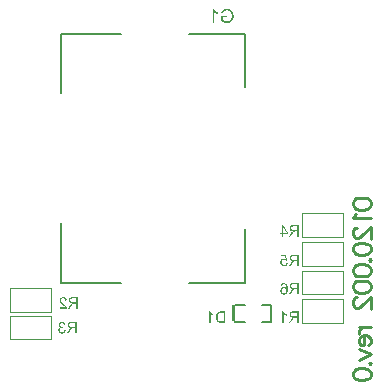
<source format=gbo>
G04 Layer_Color=32896*
%FSLAX44Y44*%
%MOMM*%
G71*
G01*
G75*
%ADD26C,0.2540*%
%ADD40C,0.1270*%
%ADD41C,0.1250*%
%ADD66R,0.2540X1.4000*%
G36*
X256000Y83000D02*
X254729D01*
Y87270D01*
X253095D01*
X252949Y87259D01*
X252824Y87249D01*
X252720D01*
X252647Y87239D01*
X252595Y87228D01*
X252563Y87218D01*
X252553D01*
X252438Y87186D01*
X252334Y87145D01*
X252241Y87103D01*
X252147Y87062D01*
X252074Y87020D01*
X252022Y86989D01*
X251980Y86968D01*
X251970Y86957D01*
X251866Y86884D01*
X251751Y86780D01*
X251637Y86676D01*
X251543Y86572D01*
X251449Y86478D01*
X251387Y86395D01*
X251345Y86343D01*
X251324Y86333D01*
Y86322D01*
X251178Y86135D01*
X251022Y85926D01*
X250876Y85708D01*
X250730Y85489D01*
X250606Y85302D01*
X250543Y85218D01*
X250501Y85145D01*
X250460Y85083D01*
X250429Y85041D01*
X250418Y85010D01*
X250408Y85000D01*
X249137Y83000D01*
X247544D01*
X249210Y85614D01*
X249398Y85885D01*
X249585Y86135D01*
X249762Y86353D01*
X249918Y86541D01*
X250054Y86687D01*
X250116Y86749D01*
X250168Y86801D01*
X250210Y86843D01*
X250241Y86874D01*
X250252Y86884D01*
X250262Y86895D01*
X250366Y86978D01*
X250491Y87072D01*
X250616Y87145D01*
X250741Y87218D01*
X250856Y87280D01*
X250949Y87332D01*
X251012Y87364D01*
X251022Y87374D01*
X251033D01*
X250783Y87416D01*
X250543Y87468D01*
X250324Y87530D01*
X250126Y87593D01*
X249939Y87666D01*
X249772Y87738D01*
X249627Y87811D01*
X249491Y87884D01*
X249366Y87957D01*
X249262Y88030D01*
X249179Y88092D01*
X249106Y88145D01*
X249054Y88197D01*
X249012Y88228D01*
X248991Y88249D01*
X248981Y88259D01*
X248866Y88394D01*
X248762Y88530D01*
X248668Y88676D01*
X248596Y88821D01*
X248533Y88967D01*
X248481Y89113D01*
X248398Y89384D01*
X248367Y89509D01*
X248346Y89623D01*
X248335Y89727D01*
X248325Y89821D01*
X248314Y89884D01*
Y89946D01*
Y89977D01*
Y89988D01*
X248335Y90279D01*
X248377Y90550D01*
X248439Y90790D01*
X248512Y91008D01*
X248554Y91102D01*
X248596Y91185D01*
X248627Y91258D01*
X248658Y91321D01*
X248679Y91373D01*
X248700Y91404D01*
X248721Y91425D01*
Y91435D01*
X248877Y91664D01*
X249054Y91852D01*
X249231Y92018D01*
X249408Y92143D01*
X249554Y92237D01*
X249679Y92300D01*
X249731Y92320D01*
X249762Y92341D01*
X249783Y92352D01*
X249793D01*
X249929Y92393D01*
X250064Y92435D01*
X250376Y92498D01*
X250699Y92550D01*
X251012Y92581D01*
X251168Y92591D01*
X251303Y92602D01*
X251418D01*
X251532Y92612D01*
X256000D01*
Y83000D01*
D02*
G37*
G36*
X243253Y68404D02*
X243410Y68175D01*
X243587Y67956D01*
X243764Y67769D01*
X243920Y67592D01*
X243993Y67529D01*
X244045Y67467D01*
X244097Y67414D01*
X244138Y67383D01*
X244159Y67362D01*
X244170Y67352D01*
X244451Y67112D01*
X244753Y66904D01*
X245044Y66706D01*
X245315Y66540D01*
X245430Y66477D01*
X245544Y66415D01*
X245648Y66352D01*
X245732Y66311D01*
X245805Y66279D01*
X245857Y66248D01*
X245888Y66238D01*
X245898Y66227D01*
Y65092D01*
X245690Y65175D01*
X245471Y65269D01*
X245263Y65373D01*
X245076Y65467D01*
X244909Y65561D01*
X244836Y65592D01*
X244774Y65634D01*
X244722Y65655D01*
X244690Y65675D01*
X244670Y65696D01*
X244659D01*
X244409Y65852D01*
X244191Y65998D01*
X243993Y66134D01*
X243836Y66259D01*
X243701Y66363D01*
X243607Y66436D01*
X243555Y66488D01*
X243534Y66508D01*
Y59000D01*
X242358D01*
Y68643D01*
X243118D01*
X243253Y68404D01*
D02*
G37*
G36*
X194000Y59000D02*
X190532D01*
X190220Y59010D01*
X189928Y59021D01*
X189668Y59052D01*
X189439Y59083D01*
X189345Y59094D01*
X189262Y59104D01*
X189178Y59125D01*
X189116Y59135D01*
X189064Y59146D01*
X189032D01*
X189012Y59156D01*
X189001D01*
X188762Y59229D01*
X188533Y59302D01*
X188335Y59385D01*
X188168Y59458D01*
X188033Y59531D01*
X187929Y59583D01*
X187866Y59625D01*
X187856Y59635D01*
X187845D01*
X187668Y59771D01*
X187502Y59906D01*
X187356Y60052D01*
X187231Y60198D01*
X187116Y60323D01*
X187043Y60416D01*
X187012Y60458D01*
X186991Y60489D01*
X186971Y60500D01*
Y60510D01*
X186825Y60729D01*
X186700Y60958D01*
X186585Y61197D01*
X186492Y61416D01*
X186419Y61614D01*
X186387Y61697D01*
X186356Y61770D01*
X186346Y61822D01*
X186325Y61864D01*
X186315Y61895D01*
Y61905D01*
X186231Y62239D01*
X186169Y62572D01*
X186117Y62895D01*
X186085Y63197D01*
X186075Y63332D01*
X186064Y63457D01*
Y63572D01*
X186054Y63665D01*
Y63749D01*
Y63801D01*
Y63843D01*
Y63853D01*
X186075Y64322D01*
X186085Y64540D01*
X186117Y64749D01*
X186148Y64946D01*
X186179Y65134D01*
X186210Y65311D01*
X186242Y65477D01*
X186283Y65623D01*
X186315Y65748D01*
X186346Y65863D01*
X186377Y65957D01*
X186408Y66030D01*
X186419Y66092D01*
X186439Y66123D01*
Y66134D01*
X186596Y66488D01*
X186773Y66810D01*
X186866Y66956D01*
X186960Y67092D01*
X187054Y67217D01*
X187148Y67331D01*
X187231Y67435D01*
X187314Y67519D01*
X187387Y67602D01*
X187450Y67664D01*
X187502Y67716D01*
X187543Y67748D01*
X187564Y67769D01*
X187575Y67779D01*
X187804Y67956D01*
X188043Y68102D01*
X188272Y68216D01*
X188491Y68310D01*
X188689Y68383D01*
X188772Y68404D01*
X188845Y68425D01*
X188897Y68446D01*
X188939Y68456D01*
X188970Y68466D01*
X188980D01*
X189095Y68487D01*
X189220Y68518D01*
X189501Y68550D01*
X189782Y68581D01*
X190063Y68591D01*
X190189Y68602D01*
X190313D01*
X190418Y68612D01*
X194000D01*
Y59000D01*
D02*
G37*
G36*
X246586Y111551D02*
X245482Y111395D01*
X245378Y111540D01*
X245263Y111676D01*
X245138Y111790D01*
X245034Y111895D01*
X244930Y111967D01*
X244847Y112030D01*
X244795Y112061D01*
X244774Y112072D01*
X244597Y112165D01*
X244420Y112228D01*
X244243Y112280D01*
X244076Y112311D01*
X243941Y112332D01*
X243826Y112342D01*
X243732D01*
X243566Y112332D01*
X243410Y112322D01*
X243253Y112290D01*
X243118Y112249D01*
X242857Y112155D01*
X242753Y112103D01*
X242649Y112051D01*
X242556Y111988D01*
X242483Y111936D01*
X242410Y111884D01*
X242358Y111842D01*
X242316Y111801D01*
X242274Y111770D01*
X242264Y111759D01*
X242253Y111749D01*
X242149Y111634D01*
X242066Y111509D01*
X241983Y111384D01*
X241920Y111259D01*
X241816Y110989D01*
X241754Y110739D01*
X241733Y110614D01*
X241712Y110510D01*
X241702Y110405D01*
X241691Y110322D01*
X241681Y110249D01*
Y110197D01*
Y110166D01*
Y110155D01*
X241691Y109958D01*
X241702Y109781D01*
X241733Y109604D01*
X241775Y109437D01*
X241816Y109291D01*
X241868Y109145D01*
X241920Y109020D01*
X241972Y108906D01*
X242035Y108802D01*
X242087Y108708D01*
X242139Y108635D01*
X242181Y108562D01*
X242222Y108510D01*
X242253Y108479D01*
X242264Y108458D01*
X242274Y108448D01*
X242389Y108333D01*
X242504Y108239D01*
X242618Y108156D01*
X242743Y108083D01*
X242868Y108021D01*
X242983Y107969D01*
X243212Y107896D01*
X243410Y107844D01*
X243493Y107833D01*
X243566Y107823D01*
X243628Y107812D01*
X243711D01*
X243847Y107823D01*
X243972Y107833D01*
X244201Y107885D01*
X244409Y107958D01*
X244586Y108041D01*
X244732Y108114D01*
X244836Y108187D01*
X244878Y108218D01*
X244909Y108239D01*
X244919Y108260D01*
X244930D01*
X245013Y108354D01*
X245096Y108448D01*
X245232Y108656D01*
X245347Y108885D01*
X245430Y109104D01*
X245482Y109302D01*
X245513Y109395D01*
X245523Y109468D01*
X245534Y109531D01*
X245544Y109572D01*
X245555Y109604D01*
Y109614D01*
X246794Y109520D01*
X246763Y109302D01*
X246721Y109083D01*
X246669Y108885D01*
X246596Y108698D01*
X246523Y108531D01*
X246450Y108364D01*
X246367Y108218D01*
X246284Y108094D01*
X246200Y107969D01*
X246127Y107864D01*
X246055Y107781D01*
X245982Y107708D01*
X245930Y107646D01*
X245888Y107604D01*
X245867Y107583D01*
X245857Y107573D01*
X245690Y107448D01*
X245523Y107333D01*
X245347Y107240D01*
X245169Y107156D01*
X244992Y107083D01*
X244815Y107021D01*
X244638Y106969D01*
X244472Y106938D01*
X244315Y106906D01*
X244170Y106885D01*
X244045Y106865D01*
X243930Y106854D01*
X243836Y106844D01*
X243711D01*
X243420Y106854D01*
X243149Y106896D01*
X242889Y106948D01*
X242649Y107031D01*
X242420Y107114D01*
X242212Y107208D01*
X242024Y107323D01*
X241858Y107427D01*
X241702Y107531D01*
X241566Y107646D01*
X241452Y107739D01*
X241358Y107833D01*
X241285Y107906D01*
X241233Y107958D01*
X241202Y108000D01*
X241191Y108010D01*
X241056Y108187D01*
X240941Y108375D01*
X240837Y108573D01*
X240754Y108760D01*
X240681Y108947D01*
X240618Y109135D01*
X240566Y109322D01*
X240525Y109489D01*
X240494Y109656D01*
X240473Y109801D01*
X240452Y109926D01*
X240441Y110041D01*
X240431Y110135D01*
Y110197D01*
Y110249D01*
Y110260D01*
X240441Y110510D01*
X240473Y110749D01*
X240514Y110978D01*
X240566Y111186D01*
X240629Y111395D01*
X240712Y111572D01*
X240785Y111749D01*
X240868Y111905D01*
X240952Y112040D01*
X241025Y112155D01*
X241098Y112269D01*
X241171Y112353D01*
X241222Y112415D01*
X241264Y112467D01*
X241295Y112499D01*
X241306Y112509D01*
X241472Y112665D01*
X241649Y112801D01*
X241826Y112915D01*
X242004Y113019D01*
X242181Y113103D01*
X242358Y113175D01*
X242524Y113228D01*
X242691Y113280D01*
X242837Y113311D01*
X242983Y113342D01*
X243107Y113352D01*
X243212Y113373D01*
X243295D01*
X243368Y113384D01*
X243420D01*
X243597Y113373D01*
X243774Y113363D01*
X243941Y113332D01*
X244107Y113290D01*
X244409Y113196D01*
X244555Y113134D01*
X244680Y113082D01*
X244805Y113030D01*
X244909Y112967D01*
X245003Y112915D01*
X245086Y112873D01*
X245149Y112832D01*
X245190Y112811D01*
X245222Y112790D01*
X245232Y112780D01*
X244722Y115362D01*
X240879D01*
Y116487D01*
X245659D01*
X246586Y111551D01*
D02*
G37*
G36*
X181232Y68404D02*
X181389Y68175D01*
X181566Y67956D01*
X181743Y67769D01*
X181899Y67592D01*
X181972Y67529D01*
X182024Y67467D01*
X182076Y67414D01*
X182118Y67383D01*
X182138Y67362D01*
X182149Y67352D01*
X182430Y67112D01*
X182732Y66904D01*
X183024Y66706D01*
X183294Y66540D01*
X183409Y66477D01*
X183524Y66415D01*
X183628Y66352D01*
X183711Y66311D01*
X183784Y66279D01*
X183836Y66248D01*
X183867Y66238D01*
X183878Y66227D01*
Y65092D01*
X183669Y65175D01*
X183451Y65269D01*
X183242Y65373D01*
X183055Y65467D01*
X182888Y65561D01*
X182815Y65592D01*
X182753Y65634D01*
X182701Y65655D01*
X182670Y65675D01*
X182649Y65696D01*
X182638D01*
X182388Y65852D01*
X182170Y65998D01*
X181972Y66134D01*
X181816Y66259D01*
X181680Y66363D01*
X181586Y66436D01*
X181534Y66488D01*
X181514Y66508D01*
Y59000D01*
X180337D01*
Y68643D01*
X181097D01*
X181232Y68404D01*
D02*
G37*
G36*
X256000Y132000D02*
X254729D01*
Y136270D01*
X253095D01*
X252949Y136259D01*
X252824Y136249D01*
X252720D01*
X252647Y136238D01*
X252595Y136228D01*
X252563Y136218D01*
X252553D01*
X252438Y136186D01*
X252334Y136145D01*
X252241Y136103D01*
X252147Y136061D01*
X252074Y136020D01*
X252022Y135989D01*
X251980Y135968D01*
X251970Y135957D01*
X251866Y135884D01*
X251751Y135780D01*
X251637Y135676D01*
X251543Y135572D01*
X251449Y135478D01*
X251387Y135395D01*
X251345Y135343D01*
X251324Y135332D01*
Y135322D01*
X251178Y135135D01*
X251022Y134926D01*
X250876Y134708D01*
X250730Y134489D01*
X250606Y134302D01*
X250543Y134218D01*
X250501Y134145D01*
X250460Y134083D01*
X250429Y134041D01*
X250418Y134010D01*
X250408Y134000D01*
X249137Y132000D01*
X247544D01*
X249210Y134614D01*
X249398Y134885D01*
X249585Y135135D01*
X249762Y135353D01*
X249918Y135541D01*
X250054Y135687D01*
X250116Y135749D01*
X250168Y135801D01*
X250210Y135843D01*
X250241Y135874D01*
X250252Y135884D01*
X250262Y135895D01*
X250366Y135978D01*
X250491Y136072D01*
X250616Y136145D01*
X250741Y136218D01*
X250856Y136280D01*
X250949Y136332D01*
X251012Y136363D01*
X251022Y136374D01*
X251033D01*
X250783Y136416D01*
X250543Y136468D01*
X250324Y136530D01*
X250126Y136593D01*
X249939Y136665D01*
X249772Y136738D01*
X249627Y136811D01*
X249491Y136884D01*
X249366Y136957D01*
X249262Y137030D01*
X249179Y137092D01*
X249106Y137144D01*
X249054Y137197D01*
X249012Y137228D01*
X248991Y137249D01*
X248981Y137259D01*
X248866Y137394D01*
X248762Y137530D01*
X248668Y137676D01*
X248596Y137821D01*
X248533Y137967D01*
X248481Y138113D01*
X248398Y138384D01*
X248367Y138509D01*
X248346Y138623D01*
X248335Y138727D01*
X248325Y138821D01*
X248314Y138884D01*
Y138946D01*
Y138977D01*
Y138988D01*
X248335Y139279D01*
X248377Y139550D01*
X248439Y139790D01*
X248512Y140008D01*
X248554Y140102D01*
X248596Y140185D01*
X248627Y140258D01*
X248658Y140321D01*
X248679Y140373D01*
X248700Y140404D01*
X248721Y140425D01*
Y140435D01*
X248877Y140664D01*
X249054Y140852D01*
X249231Y141018D01*
X249408Y141144D01*
X249554Y141237D01*
X249679Y141300D01*
X249731Y141320D01*
X249762Y141341D01*
X249783Y141352D01*
X249793D01*
X249929Y141393D01*
X250064Y141435D01*
X250376Y141498D01*
X250699Y141550D01*
X251012Y141581D01*
X251168Y141591D01*
X251303Y141602D01*
X251418D01*
X251532Y141612D01*
X256000D01*
Y132000D01*
D02*
G37*
G36*
X247200Y135385D02*
Y134302D01*
X243014D01*
Y132000D01*
X241837D01*
Y134302D01*
X240535D01*
Y135385D01*
X241837D01*
Y141612D01*
X242806D01*
X247200Y135385D01*
D02*
G37*
G36*
X256000Y59000D02*
X254729D01*
Y63270D01*
X253095D01*
X252949Y63259D01*
X252824Y63249D01*
X252720D01*
X252647Y63239D01*
X252595Y63228D01*
X252563Y63218D01*
X252553D01*
X252438Y63186D01*
X252334Y63145D01*
X252241Y63103D01*
X252147Y63061D01*
X252074Y63020D01*
X252022Y62989D01*
X251980Y62968D01*
X251970Y62957D01*
X251866Y62884D01*
X251751Y62780D01*
X251637Y62676D01*
X251543Y62572D01*
X251449Y62478D01*
X251387Y62395D01*
X251345Y62343D01*
X251324Y62333D01*
Y62322D01*
X251178Y62135D01*
X251022Y61926D01*
X250876Y61708D01*
X250730Y61489D01*
X250606Y61301D01*
X250543Y61218D01*
X250501Y61145D01*
X250460Y61083D01*
X250429Y61041D01*
X250418Y61010D01*
X250408Y60999D01*
X249137Y59000D01*
X247544D01*
X249210Y61614D01*
X249398Y61885D01*
X249585Y62135D01*
X249762Y62353D01*
X249918Y62541D01*
X250054Y62687D01*
X250116Y62749D01*
X250168Y62801D01*
X250210Y62843D01*
X250241Y62874D01*
X250252Y62884D01*
X250262Y62895D01*
X250366Y62978D01*
X250491Y63072D01*
X250616Y63145D01*
X250741Y63218D01*
X250856Y63280D01*
X250949Y63332D01*
X251012Y63363D01*
X251022Y63374D01*
X251033D01*
X250783Y63415D01*
X250543Y63468D01*
X250324Y63530D01*
X250126Y63593D01*
X249939Y63665D01*
X249772Y63738D01*
X249627Y63811D01*
X249491Y63884D01*
X249366Y63957D01*
X249262Y64030D01*
X249179Y64092D01*
X249106Y64145D01*
X249054Y64197D01*
X249012Y64228D01*
X248991Y64249D01*
X248981Y64259D01*
X248866Y64394D01*
X248762Y64530D01*
X248668Y64676D01*
X248596Y64821D01*
X248533Y64967D01*
X248481Y65113D01*
X248398Y65384D01*
X248367Y65509D01*
X248346Y65623D01*
X248335Y65728D01*
X248325Y65821D01*
X248314Y65884D01*
Y65946D01*
Y65977D01*
Y65988D01*
X248335Y66279D01*
X248377Y66550D01*
X248439Y66790D01*
X248512Y67008D01*
X248554Y67102D01*
X248596Y67185D01*
X248627Y67258D01*
X248658Y67321D01*
X248679Y67373D01*
X248700Y67404D01*
X248721Y67425D01*
Y67435D01*
X248877Y67664D01*
X249054Y67852D01*
X249231Y68018D01*
X249408Y68144D01*
X249554Y68237D01*
X249679Y68300D01*
X249731Y68320D01*
X249762Y68341D01*
X249783Y68352D01*
X249793D01*
X249929Y68393D01*
X250064Y68435D01*
X250376Y68498D01*
X250699Y68550D01*
X251012Y68581D01*
X251168Y68591D01*
X251303Y68602D01*
X251418D01*
X251532Y68612D01*
X256000D01*
Y59000D01*
D02*
G37*
G36*
X68000Y50000D02*
X66729D01*
Y54270D01*
X65094D01*
X64949Y54259D01*
X64824Y54249D01*
X64720D01*
X64647Y54239D01*
X64595Y54228D01*
X64563Y54218D01*
X64553D01*
X64438Y54187D01*
X64334Y54145D01*
X64240Y54103D01*
X64147Y54061D01*
X64074Y54020D01*
X64022Y53989D01*
X63980Y53968D01*
X63970Y53957D01*
X63866Y53884D01*
X63751Y53780D01*
X63636Y53676D01*
X63543Y53572D01*
X63449Y53478D01*
X63387Y53395D01*
X63345Y53343D01*
X63324Y53333D01*
Y53322D01*
X63178Y53135D01*
X63022Y52926D01*
X62876Y52708D01*
X62730Y52489D01*
X62606Y52302D01*
X62543Y52218D01*
X62501Y52145D01*
X62460Y52083D01*
X62428Y52041D01*
X62418Y52010D01*
X62408Y52000D01*
X61137Y50000D01*
X59544D01*
X61210Y52614D01*
X61398Y52885D01*
X61585Y53135D01*
X61762Y53353D01*
X61918Y53541D01*
X62054Y53687D01*
X62116Y53749D01*
X62168Y53801D01*
X62210Y53843D01*
X62241Y53874D01*
X62252Y53884D01*
X62262Y53895D01*
X62366Y53978D01*
X62491Y54072D01*
X62616Y54145D01*
X62741Y54218D01*
X62856Y54280D01*
X62949Y54332D01*
X63012Y54363D01*
X63022Y54374D01*
X63032D01*
X62783Y54416D01*
X62543Y54468D01*
X62324Y54530D01*
X62126Y54593D01*
X61939Y54665D01*
X61772Y54738D01*
X61627Y54811D01*
X61491Y54884D01*
X61366Y54957D01*
X61262Y55030D01*
X61179Y55093D01*
X61106Y55145D01*
X61054Y55197D01*
X61012Y55228D01*
X60991Y55249D01*
X60981Y55259D01*
X60866Y55395D01*
X60762Y55530D01*
X60669Y55676D01*
X60596Y55821D01*
X60533Y55967D01*
X60481Y56113D01*
X60398Y56384D01*
X60367Y56509D01*
X60346Y56623D01*
X60335Y56727D01*
X60325Y56821D01*
X60314Y56884D01*
Y56946D01*
Y56977D01*
Y56988D01*
X60335Y57279D01*
X60377Y57550D01*
X60439Y57790D01*
X60512Y58008D01*
X60554Y58102D01*
X60596Y58185D01*
X60627Y58258D01*
X60658Y58321D01*
X60679Y58373D01*
X60700Y58404D01*
X60721Y58425D01*
Y58435D01*
X60877Y58664D01*
X61054Y58852D01*
X61231Y59019D01*
X61408Y59144D01*
X61554Y59237D01*
X61679Y59300D01*
X61731Y59321D01*
X61762Y59341D01*
X61783Y59352D01*
X61793D01*
X61929Y59394D01*
X62064Y59435D01*
X62376Y59498D01*
X62699Y59550D01*
X63012Y59581D01*
X63168Y59591D01*
X63303Y59602D01*
X63418D01*
X63532Y59612D01*
X68000D01*
Y50000D01*
D02*
G37*
G36*
X56868Y80633D02*
X57107Y80612D01*
X57326Y80581D01*
X57534Y80529D01*
X57732Y80477D01*
X57909Y80414D01*
X58076Y80352D01*
X58222Y80289D01*
X58357Y80216D01*
X58471Y80154D01*
X58576Y80091D01*
X58659Y80039D01*
X58721Y79987D01*
X58763Y79956D01*
X58794Y79935D01*
X58805Y79925D01*
X58951Y79789D01*
X59075Y79633D01*
X59190Y79477D01*
X59294Y79300D01*
X59377Y79133D01*
X59461Y78967D01*
X59523Y78790D01*
X59575Y78633D01*
X59627Y78477D01*
X59659Y78331D01*
X59690Y78196D01*
X59711Y78081D01*
X59721Y77988D01*
X59731Y77925D01*
X59742Y77884D01*
Y77863D01*
X58534Y77738D01*
X58524Y77905D01*
X58513Y78061D01*
X58451Y78331D01*
X58367Y78581D01*
X58326Y78685D01*
X58274Y78779D01*
X58232Y78863D01*
X58180Y78935D01*
X58138Y78998D01*
X58107Y79050D01*
X58065Y79092D01*
X58045Y79123D01*
X58034Y79133D01*
X58024Y79144D01*
X57920Y79237D01*
X57815Y79321D01*
X57701Y79383D01*
X57586Y79446D01*
X57357Y79539D01*
X57138Y79602D01*
X56951Y79633D01*
X56868Y79654D01*
X56795D01*
X56732Y79665D01*
X56503D01*
X56357Y79644D01*
X56097Y79592D01*
X55878Y79508D01*
X55680Y79425D01*
X55535Y79331D01*
X55472Y79290D01*
X55420Y79248D01*
X55378Y79217D01*
X55347Y79196D01*
X55337Y79185D01*
X55326Y79175D01*
X55233Y79081D01*
X55160Y78987D01*
X55087Y78894D01*
X55035Y78790D01*
X54941Y78592D01*
X54879Y78404D01*
X54847Y78248D01*
X54826Y78175D01*
Y78113D01*
X54816Y78071D01*
Y78029D01*
Y78009D01*
Y77998D01*
X54826Y77873D01*
X54837Y77748D01*
X54899Y77498D01*
X54993Y77259D01*
X55097Y77040D01*
X55201Y76853D01*
X55243Y76780D01*
X55295Y76707D01*
X55326Y76655D01*
X55358Y76613D01*
X55368Y76592D01*
X55378Y76582D01*
X55493Y76436D01*
X55628Y76280D01*
X55785Y76113D01*
X55951Y75947D01*
X56295Y75603D01*
X56649Y75280D01*
X56816Y75124D01*
X56982Y74989D01*
X57128Y74864D01*
X57253Y74759D01*
X57357Y74666D01*
X57430Y74603D01*
X57482Y74551D01*
X57503Y74541D01*
X57690Y74385D01*
X57857Y74239D01*
X58024Y74103D01*
X58169Y73968D01*
X58315Y73843D01*
X58440Y73718D01*
X58555Y73614D01*
X58659Y73510D01*
X58753Y73416D01*
X58825Y73333D01*
X58898Y73260D01*
X58951Y73208D01*
X59002Y73156D01*
X59034Y73124D01*
X59044Y73104D01*
X59055Y73093D01*
X59242Y72864D01*
X59398Y72635D01*
X59534Y72416D01*
X59638Y72218D01*
X59721Y72052D01*
X59752Y71979D01*
X59784Y71927D01*
X59804Y71875D01*
X59815Y71844D01*
X59825Y71823D01*
Y71812D01*
X59877Y71666D01*
X59909Y71521D01*
X59940Y71385D01*
X59950Y71260D01*
X59961Y71156D01*
Y71073D01*
Y71021D01*
Y71000D01*
X53598D01*
Y72135D01*
X58336D01*
X58169Y72364D01*
X58086Y72468D01*
X58003Y72562D01*
X57930Y72645D01*
X57878Y72708D01*
X57836Y72750D01*
X57826Y72760D01*
X57763Y72822D01*
X57680Y72906D01*
X57586Y72989D01*
X57482Y73083D01*
X57263Y73291D01*
X57034Y73489D01*
X56816Y73676D01*
X56722Y73760D01*
X56628Y73833D01*
X56566Y73895D01*
X56503Y73937D01*
X56472Y73968D01*
X56462Y73978D01*
X56232Y74176D01*
X56014Y74364D01*
X55816Y74530D01*
X55639Y74697D01*
X55472Y74843D01*
X55326Y74989D01*
X55191Y75114D01*
X55066Y75228D01*
X54962Y75322D01*
X54879Y75416D01*
X54806Y75488D01*
X54743Y75551D01*
X54702Y75603D01*
X54660Y75634D01*
X54650Y75655D01*
X54639Y75665D01*
X54441Y75895D01*
X54285Y76103D01*
X54150Y76301D01*
X54035Y76478D01*
X53952Y76624D01*
X53889Y76738D01*
X53868Y76780D01*
X53858Y76811D01*
X53848Y76821D01*
Y76832D01*
X53764Y77040D01*
X53712Y77248D01*
X53671Y77436D01*
X53639Y77613D01*
X53618Y77759D01*
X53608Y77873D01*
Y77915D01*
Y77946D01*
Y77957D01*
Y77967D01*
X53618Y78175D01*
X53639Y78373D01*
X53681Y78561D01*
X53733Y78748D01*
X53795Y78915D01*
X53868Y79071D01*
X53941Y79217D01*
X54014Y79342D01*
X54087Y79467D01*
X54160Y79571D01*
X54233Y79665D01*
X54295Y79737D01*
X54348Y79789D01*
X54389Y79841D01*
X54410Y79862D01*
X54420Y79873D01*
X54577Y80008D01*
X54743Y80123D01*
X54920Y80227D01*
X55108Y80321D01*
X55285Y80393D01*
X55472Y80456D01*
X55649Y80508D01*
X55826Y80550D01*
X55982Y80581D01*
X56139Y80602D01*
X56274Y80623D01*
X56389Y80633D01*
X56482Y80643D01*
X56618D01*
X56868Y80633D01*
D02*
G37*
G36*
X56003Y59633D02*
X56201Y59612D01*
X56388Y59581D01*
X56576Y59539D01*
X56743Y59487D01*
X56899Y59435D01*
X57045Y59373D01*
X57169Y59321D01*
X57294Y59258D01*
X57399Y59196D01*
X57482Y59144D01*
X57565Y59091D01*
X57617Y59050D01*
X57669Y59019D01*
X57690Y58998D01*
X57701Y58987D01*
X57836Y58862D01*
X57961Y58717D01*
X58075Y58571D01*
X58180Y58425D01*
X58273Y58269D01*
X58346Y58123D01*
X58482Y57821D01*
X58534Y57686D01*
X58575Y57561D01*
X58607Y57446D01*
X58638Y57352D01*
X58659Y57269D01*
X58669Y57207D01*
X58679Y57165D01*
Y57154D01*
X57503Y56946D01*
X57440Y57248D01*
X57357Y57509D01*
X57263Y57738D01*
X57159Y57915D01*
X57076Y58060D01*
X56992Y58154D01*
X56940Y58217D01*
X56919Y58238D01*
X56732Y58383D01*
X56545Y58487D01*
X56347Y58571D01*
X56170Y58623D01*
X56003Y58654D01*
X55941Y58664D01*
X55878D01*
X55826Y58675D01*
X55764D01*
X55514Y58654D01*
X55295Y58612D01*
X55097Y58540D01*
X54930Y58467D01*
X54805Y58383D01*
X54712Y58310D01*
X54649Y58269D01*
X54628Y58248D01*
X54545Y58165D01*
X54483Y58081D01*
X54368Y57894D01*
X54285Y57717D01*
X54233Y57550D01*
X54201Y57394D01*
X54191Y57279D01*
X54181Y57227D01*
Y57196D01*
Y57175D01*
Y57165D01*
X54191Y57019D01*
X54212Y56884D01*
X54233Y56748D01*
X54274Y56634D01*
X54378Y56425D01*
X54483Y56259D01*
X54597Y56123D01*
X54701Y56030D01*
X54743Y55999D01*
X54764Y55978D01*
X54785Y55957D01*
X54795D01*
X55024Y55821D01*
X55264Y55728D01*
X55493Y55655D01*
X55701Y55613D01*
X55878Y55582D01*
X55951Y55571D01*
X56024D01*
X56076Y55561D01*
X56211D01*
X56274Y55571D01*
X56326Y55582D01*
X56347D01*
X56472Y54551D01*
X56295Y54593D01*
X56128Y54624D01*
X55993Y54645D01*
X55868Y54665D01*
X55774D01*
X55701Y54676D01*
X55639D01*
X55493Y54665D01*
X55347Y54655D01*
X55087Y54593D01*
X54858Y54509D01*
X54660Y54416D01*
X54503Y54311D01*
X54441Y54270D01*
X54389Y54228D01*
X54347Y54197D01*
X54316Y54166D01*
X54306Y54155D01*
X54295Y54145D01*
X54201Y54041D01*
X54118Y53937D01*
X54045Y53832D01*
X53983Y53718D01*
X53889Y53499D01*
X53816Y53280D01*
X53785Y53093D01*
X53774Y53020D01*
X53764Y52947D01*
X53754Y52895D01*
Y52843D01*
Y52822D01*
Y52812D01*
X53764Y52656D01*
X53774Y52510D01*
X53847Y52229D01*
X53931Y51989D01*
X54035Y51781D01*
X54097Y51687D01*
X54149Y51614D01*
X54191Y51541D01*
X54233Y51489D01*
X54274Y51448D01*
X54306Y51416D01*
X54316Y51396D01*
X54326Y51385D01*
X54441Y51281D01*
X54556Y51198D01*
X54670Y51125D01*
X54785Y51052D01*
X55024Y50948D01*
X55253Y50885D01*
X55441Y50844D01*
X55534Y50833D01*
X55597Y50823D01*
X55659Y50812D01*
X55743D01*
X55993Y50833D01*
X56232Y50885D01*
X56430Y50948D01*
X56607Y51031D01*
X56753Y51114D01*
X56857Y51177D01*
X56888Y51208D01*
X56919Y51229D01*
X56930Y51250D01*
X56940D01*
X57024Y51343D01*
X57107Y51437D01*
X57253Y51656D01*
X57367Y51895D01*
X57461Y52135D01*
X57534Y52354D01*
X57555Y52447D01*
X57576Y52531D01*
X57596Y52604D01*
X57607Y52656D01*
X57617Y52687D01*
Y52697D01*
X58794Y52541D01*
X58763Y52322D01*
X58721Y52114D01*
X58659Y51916D01*
X58596Y51729D01*
X58523Y51552D01*
X58440Y51396D01*
X58357Y51239D01*
X58273Y51114D01*
X58190Y50989D01*
X58117Y50885D01*
X58044Y50792D01*
X57982Y50719D01*
X57919Y50656D01*
X57878Y50615D01*
X57857Y50594D01*
X57846Y50583D01*
X57690Y50448D01*
X57513Y50333D01*
X57347Y50240D01*
X57169Y50146D01*
X56992Y50073D01*
X56815Y50021D01*
X56649Y49969D01*
X56482Y49927D01*
X56326Y49896D01*
X56191Y49875D01*
X56066Y49854D01*
X55951Y49844D01*
X55868D01*
X55795Y49833D01*
X55743D01*
X55482Y49844D01*
X55243Y49875D01*
X55014Y49917D01*
X54795Y49969D01*
X54587Y50031D01*
X54399Y50104D01*
X54222Y50188D01*
X54066Y50271D01*
X53920Y50344D01*
X53795Y50427D01*
X53681Y50500D01*
X53597Y50562D01*
X53524Y50615D01*
X53472Y50656D01*
X53441Y50687D01*
X53431Y50698D01*
X53264Y50864D01*
X53129Y51041D01*
X53004Y51219D01*
X52900Y51406D01*
X52806Y51583D01*
X52733Y51760D01*
X52671Y51927D01*
X52618Y52093D01*
X52577Y52249D01*
X52556Y52385D01*
X52535Y52510D01*
X52514Y52624D01*
Y52708D01*
X52504Y52781D01*
Y52822D01*
Y52833D01*
Y52999D01*
X52525Y53166D01*
X52577Y53468D01*
X52660Y53728D01*
X52702Y53843D01*
X52744Y53947D01*
X52785Y54051D01*
X52827Y54134D01*
X52868Y54207D01*
X52910Y54259D01*
X52941Y54311D01*
X52962Y54343D01*
X52973Y54363D01*
X52983Y54374D01*
X53170Y54593D01*
X53389Y54770D01*
X53608Y54905D01*
X53816Y55020D01*
X54014Y55103D01*
X54097Y55134D01*
X54160Y55155D01*
X54222Y55176D01*
X54264Y55186D01*
X54295Y55197D01*
X54306D01*
X54076Y55322D01*
X53879Y55447D01*
X53702Y55582D01*
X53566Y55717D01*
X53452Y55832D01*
X53379Y55926D01*
X53327Y55988D01*
X53316Y55999D01*
Y56009D01*
X53202Y56207D01*
X53118Y56405D01*
X53056Y56592D01*
X53014Y56769D01*
X52993Y56915D01*
X52973Y57040D01*
Y57081D01*
Y57113D01*
Y57134D01*
Y57144D01*
X52983Y57384D01*
X53025Y57613D01*
X53087Y57821D01*
X53150Y58008D01*
X53212Y58165D01*
X53243Y58227D01*
X53275Y58279D01*
X53295Y58321D01*
X53316Y58362D01*
X53327Y58373D01*
Y58383D01*
X53472Y58592D01*
X53639Y58769D01*
X53806Y58925D01*
X53972Y59060D01*
X54118Y59164D01*
X54233Y59237D01*
X54285Y59268D01*
X54316Y59289D01*
X54337Y59300D01*
X54347D01*
X54597Y59414D01*
X54847Y59498D01*
X55097Y59560D01*
X55316Y59602D01*
X55514Y59623D01*
X55587Y59633D01*
X55659Y59643D01*
X55795D01*
X56003Y59633D01*
D02*
G37*
G36*
X195551Y324722D02*
X195864Y324710D01*
X196164Y324672D01*
X196439Y324622D01*
X196714Y324572D01*
X196964Y324510D01*
X197201Y324447D01*
X197413Y324385D01*
X197601Y324310D01*
X197776Y324247D01*
X197926Y324185D01*
X198051Y324135D01*
X198151Y324085D01*
X198226Y324047D01*
X198276Y324035D01*
X198288Y324022D01*
X198526Y323885D01*
X198751Y323722D01*
X198963Y323560D01*
X199151Y323385D01*
X199338Y323197D01*
X199500Y323022D01*
X199650Y322848D01*
X199788Y322673D01*
X199900Y322498D01*
X200013Y322348D01*
X200100Y322210D01*
X200175Y322085D01*
X200225Y321985D01*
X200263Y321910D01*
X200288Y321860D01*
X200300Y321848D01*
X200425Y321573D01*
X200525Y321298D01*
X200625Y321023D01*
X200700Y320748D01*
X200825Y320223D01*
X200875Y319973D01*
X200912Y319736D01*
X200938Y319523D01*
X200963Y319323D01*
X200975Y319148D01*
X200987Y318999D01*
X201000Y318874D01*
Y318786D01*
Y318736D01*
Y318711D01*
X200987Y318399D01*
X200975Y318086D01*
X200938Y317799D01*
X200888Y317511D01*
X200837Y317249D01*
X200775Y316987D01*
X200713Y316749D01*
X200650Y316537D01*
X200588Y316337D01*
X200525Y316162D01*
X200463Y316012D01*
X200413Y315874D01*
X200363Y315774D01*
X200325Y315699D01*
X200313Y315649D01*
X200300Y315637D01*
X200163Y315387D01*
X200000Y315149D01*
X199838Y314937D01*
X199675Y314725D01*
X199500Y314537D01*
X199325Y314375D01*
X199151Y314212D01*
X198988Y314075D01*
X198826Y313950D01*
X198676Y313837D01*
X198538Y313750D01*
X198426Y313675D01*
X198338Y313612D01*
X198263Y313575D01*
X198213Y313550D01*
X198201Y313537D01*
X197938Y313412D01*
X197663Y313300D01*
X197401Y313200D01*
X197139Y313125D01*
X196864Y313050D01*
X196614Y312987D01*
X196364Y312938D01*
X196139Y312900D01*
X195926Y312875D01*
X195726Y312850D01*
X195551Y312838D01*
X195401Y312825D01*
X195277Y312813D01*
X195114D01*
X194652Y312838D01*
X194202Y312887D01*
X193789Y312950D01*
X193602Y313000D01*
X193414Y313037D01*
X193252Y313075D01*
X193114Y313125D01*
X192977Y313162D01*
X192877Y313188D01*
X192777Y313225D01*
X192715Y313237D01*
X192677Y313262D01*
X192665D01*
X192215Y313450D01*
X191790Y313662D01*
X191402Y313887D01*
X191215Y314000D01*
X191053Y314100D01*
X190903Y314200D01*
X190765Y314300D01*
X190640Y314375D01*
X190540Y314450D01*
X190453Y314512D01*
X190390Y314562D01*
X190353Y314587D01*
X190340Y314600D01*
Y318886D01*
X195226D01*
Y317524D01*
X191840D01*
Y315362D01*
X192040Y315199D01*
X192265Y315062D01*
X192502Y314925D01*
X192740Y314799D01*
X192952Y314700D01*
X193039Y314650D01*
X193114Y314612D01*
X193190Y314587D01*
X193239Y314562D01*
X193265Y314550D01*
X193277D01*
X193627Y314425D01*
X193977Y314337D01*
X194302Y314262D01*
X194589Y314225D01*
X194727Y314212D01*
X194839Y314200D01*
X194939Y314187D01*
X195026D01*
X195102Y314175D01*
X195201D01*
X195626Y314200D01*
X196026Y314250D01*
X196389Y314337D01*
X196564Y314375D01*
X196714Y314425D01*
X196851Y314475D01*
X196976Y314512D01*
X197089Y314562D01*
X197188Y314600D01*
X197264Y314625D01*
X197313Y314650D01*
X197351Y314675D01*
X197363D01*
X197551Y314775D01*
X197726Y314887D01*
X198026Y315124D01*
X198288Y315387D01*
X198513Y315637D01*
X198676Y315862D01*
X198751Y315962D01*
X198801Y316037D01*
X198851Y316112D01*
X198876Y316162D01*
X198888Y316199D01*
X198901Y316212D01*
X199076Y316624D01*
X199200Y317062D01*
X199300Y317486D01*
X199363Y317899D01*
X199375Y318086D01*
X199400Y318261D01*
X199413Y318411D01*
Y318549D01*
X199425Y318649D01*
Y318736D01*
Y318786D01*
Y318799D01*
X199400Y319261D01*
X199350Y319698D01*
X199288Y320086D01*
X199251Y320273D01*
X199200Y320436D01*
X199163Y320586D01*
X199125Y320723D01*
X199088Y320835D01*
X199051Y320936D01*
X199025Y321023D01*
X199000Y321073D01*
X198988Y321110D01*
Y321123D01*
X198888Y321348D01*
X198776Y321560D01*
X198651Y321760D01*
X198538Y321923D01*
X198438Y322060D01*
X198351Y322173D01*
X198301Y322235D01*
X198276Y322260D01*
X198088Y322448D01*
X197876Y322610D01*
X197676Y322760D01*
X197476Y322885D01*
X197301Y322985D01*
X197164Y323047D01*
X197113Y323072D01*
X197076Y323097D01*
X197051Y323110D01*
X197038D01*
X196739Y323222D01*
X196439Y323297D01*
X196126Y323360D01*
X195851Y323397D01*
X195714Y323410D01*
X195601Y323422D01*
X195489D01*
X195401Y323435D01*
X195226D01*
X194914Y323422D01*
X194614Y323385D01*
X194352Y323335D01*
X194114Y323285D01*
X193927Y323222D01*
X193839Y323197D01*
X193777Y323172D01*
X193727Y323147D01*
X193689Y323135D01*
X193664Y323122D01*
X193652D01*
X193402Y322997D01*
X193177Y322873D01*
X192990Y322735D01*
X192827Y322610D01*
X192715Y322485D01*
X192627Y322398D01*
X192565Y322335D01*
X192552Y322310D01*
X192415Y322110D01*
X192290Y321885D01*
X192177Y321660D01*
X192077Y321435D01*
X192002Y321235D01*
X191977Y321148D01*
X191952Y321085D01*
X191927Y321023D01*
X191915Y320973D01*
X191902Y320948D01*
Y320936D01*
X190515Y321310D01*
X190640Y321723D01*
X190778Y322098D01*
X190853Y322260D01*
X190928Y322423D01*
X190990Y322560D01*
X191065Y322685D01*
X191127Y322810D01*
X191190Y322910D01*
X191252Y322997D01*
X191290Y323072D01*
X191340Y323122D01*
X191365Y323160D01*
X191378Y323185D01*
X191390Y323197D01*
X191627Y323460D01*
X191877Y323685D01*
X192140Y323872D01*
X192402Y324035D01*
X192627Y324160D01*
X192727Y324210D01*
X192815Y324247D01*
X192877Y324285D01*
X192927Y324310D01*
X192965Y324322D01*
X192977D01*
X193365Y324460D01*
X193752Y324560D01*
X194139Y324635D01*
X194489Y324684D01*
X194652Y324697D01*
X194789Y324710D01*
X194914Y324722D01*
X195026Y324734D01*
X195239D01*
X195551Y324722D01*
D02*
G37*
G36*
X256000Y107000D02*
X254729D01*
Y111270D01*
X253095D01*
X252949Y111259D01*
X252824Y111249D01*
X252720D01*
X252647Y111238D01*
X252595Y111228D01*
X252563Y111218D01*
X252553D01*
X252438Y111186D01*
X252334Y111145D01*
X252241Y111103D01*
X252147Y111061D01*
X252074Y111020D01*
X252022Y110989D01*
X251980Y110968D01*
X251970Y110957D01*
X251866Y110884D01*
X251751Y110780D01*
X251637Y110676D01*
X251543Y110572D01*
X251449Y110478D01*
X251387Y110395D01*
X251345Y110343D01*
X251324Y110332D01*
Y110322D01*
X251178Y110135D01*
X251022Y109926D01*
X250876Y109708D01*
X250730Y109489D01*
X250606Y109302D01*
X250543Y109218D01*
X250501Y109145D01*
X250460Y109083D01*
X250429Y109041D01*
X250418Y109010D01*
X250408Y109000D01*
X249137Y107000D01*
X247544D01*
X249210Y109614D01*
X249398Y109885D01*
X249585Y110135D01*
X249762Y110353D01*
X249918Y110541D01*
X250054Y110687D01*
X250116Y110749D01*
X250168Y110801D01*
X250210Y110843D01*
X250241Y110874D01*
X250252Y110884D01*
X250262Y110895D01*
X250366Y110978D01*
X250491Y111072D01*
X250616Y111145D01*
X250741Y111218D01*
X250856Y111280D01*
X250949Y111332D01*
X251012Y111363D01*
X251022Y111374D01*
X251033D01*
X250783Y111416D01*
X250543Y111468D01*
X250324Y111530D01*
X250126Y111593D01*
X249939Y111665D01*
X249772Y111738D01*
X249627Y111811D01*
X249491Y111884D01*
X249366Y111957D01*
X249262Y112030D01*
X249179Y112092D01*
X249106Y112144D01*
X249054Y112197D01*
X249012Y112228D01*
X248991Y112249D01*
X248981Y112259D01*
X248866Y112394D01*
X248762Y112530D01*
X248668Y112676D01*
X248596Y112821D01*
X248533Y112967D01*
X248481Y113113D01*
X248398Y113384D01*
X248367Y113509D01*
X248346Y113623D01*
X248335Y113727D01*
X248325Y113821D01*
X248314Y113884D01*
Y113946D01*
Y113977D01*
Y113988D01*
X248335Y114279D01*
X248377Y114550D01*
X248439Y114790D01*
X248512Y115008D01*
X248554Y115102D01*
X248596Y115185D01*
X248627Y115258D01*
X248658Y115321D01*
X248679Y115373D01*
X248700Y115404D01*
X248721Y115425D01*
Y115435D01*
X248877Y115664D01*
X249054Y115852D01*
X249231Y116018D01*
X249408Y116144D01*
X249554Y116237D01*
X249679Y116300D01*
X249731Y116320D01*
X249762Y116341D01*
X249783Y116352D01*
X249793D01*
X249929Y116393D01*
X250064Y116435D01*
X250376Y116498D01*
X250699Y116550D01*
X251012Y116581D01*
X251168Y116591D01*
X251303Y116602D01*
X251418D01*
X251532Y116612D01*
X256000D01*
Y107000D01*
D02*
G37*
G36*
X243680Y92633D02*
X243941Y92591D01*
X244191Y92539D01*
X244420Y92466D01*
X244638Y92383D01*
X244836Y92289D01*
X245024Y92196D01*
X245190Y92091D01*
X245336Y91987D01*
X245461Y91894D01*
X245576Y91800D01*
X245659Y91716D01*
X245732Y91644D01*
X245784Y91592D01*
X245815Y91550D01*
X245826Y91539D01*
X246003Y91290D01*
X246169Y91008D01*
X246305Y90696D01*
X246419Y90373D01*
X246523Y90040D01*
X246607Y89707D01*
X246669Y89373D01*
X246731Y89040D01*
X246773Y88728D01*
X246804Y88436D01*
X246825Y88176D01*
X246836Y87947D01*
X246846Y87843D01*
Y87759D01*
X246856Y87676D01*
Y87613D01*
Y87561D01*
Y87520D01*
Y87499D01*
Y87488D01*
X246846Y87041D01*
X246815Y86624D01*
X246773Y86239D01*
X246711Y85885D01*
X246638Y85562D01*
X246565Y85270D01*
X246482Y85010D01*
X246388Y84781D01*
X246305Y84572D01*
X246221Y84396D01*
X246148Y84250D01*
X246075Y84135D01*
X246013Y84041D01*
X245971Y83979D01*
X245940Y83937D01*
X245930Y83927D01*
X245753Y83739D01*
X245555Y83573D01*
X245367Y83427D01*
X245159Y83302D01*
X244961Y83198D01*
X244763Y83104D01*
X244565Y83042D01*
X244378Y82979D01*
X244201Y82937D01*
X244045Y82906D01*
X243899Y82875D01*
X243774Y82865D01*
X243670Y82854D01*
X243587Y82844D01*
X243524D01*
X243212Y82865D01*
X242920Y82906D01*
X242649Y82969D01*
X242420Y83052D01*
X242326Y83083D01*
X242233Y83125D01*
X242160Y83156D01*
X242097Y83188D01*
X242045Y83208D01*
X242004Y83229D01*
X241983Y83250D01*
X241972D01*
X241733Y83417D01*
X241514Y83614D01*
X241327Y83812D01*
X241181Y84000D01*
X241056Y84177D01*
X241014Y84250D01*
X240973Y84312D01*
X240941Y84364D01*
X240921Y84406D01*
X240900Y84427D01*
Y84437D01*
X240764Y84739D01*
X240671Y85031D01*
X240598Y85312D01*
X240556Y85572D01*
X240535Y85687D01*
X240525Y85801D01*
X240514Y85895D01*
Y85968D01*
X240504Y86041D01*
Y86083D01*
Y86114D01*
Y86124D01*
X240514Y86374D01*
X240535Y86614D01*
X240577Y86843D01*
X240629Y87051D01*
X240702Y87249D01*
X240764Y87436D01*
X240848Y87603D01*
X240921Y87759D01*
X240993Y87895D01*
X241077Y88020D01*
X241139Y88124D01*
X241202Y88207D01*
X241264Y88280D01*
X241306Y88322D01*
X241327Y88353D01*
X241337Y88363D01*
X241493Y88519D01*
X241660Y88655D01*
X241826Y88769D01*
X242004Y88874D01*
X242170Y88957D01*
X242337Y89030D01*
X242504Y89082D01*
X242649Y89134D01*
X242795Y89165D01*
X242930Y89196D01*
X243045Y89207D01*
X243149Y89228D01*
X243232D01*
X243295Y89238D01*
X243347D01*
X243597Y89228D01*
X243836Y89186D01*
X244055Y89134D01*
X244253Y89082D01*
X244420Y89019D01*
X244482Y88988D01*
X244545Y88967D01*
X244586Y88946D01*
X244618Y88926D01*
X244638Y88915D01*
X244649D01*
X244867Y88780D01*
X245065Y88634D01*
X245242Y88478D01*
X245399Y88322D01*
X245513Y88176D01*
X245607Y88061D01*
X245638Y88020D01*
X245659Y87988D01*
X245679Y87968D01*
X245669Y88217D01*
X245659Y88467D01*
X245648Y88696D01*
X245628Y88905D01*
X245596Y89103D01*
X245565Y89290D01*
X245544Y89457D01*
X245513Y89602D01*
X245482Y89727D01*
X245451Y89842D01*
X245419Y89946D01*
X245399Y90019D01*
X245378Y90082D01*
X245357Y90134D01*
X245347Y90154D01*
Y90165D01*
X245211Y90436D01*
X245076Y90675D01*
X244930Y90883D01*
X244784Y91050D01*
X244659Y91185D01*
X244565Y91279D01*
X244524Y91310D01*
X244492Y91331D01*
X244482Y91352D01*
X244472D01*
X244305Y91456D01*
X244138Y91539D01*
X243972Y91592D01*
X243816Y91633D01*
X243680Y91654D01*
X243566Y91675D01*
X243472D01*
X243347Y91664D01*
X243222Y91654D01*
X242993Y91592D01*
X242785Y91519D01*
X242618Y91425D01*
X242472Y91331D01*
X242368Y91248D01*
X242337Y91217D01*
X242306Y91185D01*
X242295Y91175D01*
X242285Y91165D01*
X242181Y91029D01*
X242097Y90873D01*
X242014Y90706D01*
X241952Y90540D01*
X241899Y90394D01*
X241868Y90269D01*
X241858Y90217D01*
X241847Y90186D01*
X241837Y90165D01*
Y90154D01*
X240660Y90248D01*
X240691Y90456D01*
X240744Y90644D01*
X240796Y90821D01*
X240858Y90988D01*
X240931Y91144D01*
X241004Y91290D01*
X241077Y91425D01*
X241150Y91539D01*
X241222Y91644D01*
X241295Y91737D01*
X241358Y91821D01*
X241420Y91883D01*
X241462Y91935D01*
X241504Y91966D01*
X241525Y91987D01*
X241535Y91998D01*
X241681Y92112D01*
X241826Y92206D01*
X241972Y92300D01*
X242129Y92373D01*
X242295Y92435D01*
X242441Y92487D01*
X242743Y92560D01*
X242878Y92591D01*
X243003Y92612D01*
X243118Y92622D01*
X243212Y92633D01*
X243284Y92643D01*
X243399D01*
X243680Y92633D01*
D02*
G37*
G36*
X184404Y324285D02*
X184592Y324010D01*
X184804Y323747D01*
X185017Y323522D01*
X185204Y323310D01*
X185292Y323235D01*
X185354Y323160D01*
X185417Y323097D01*
X185466Y323060D01*
X185492Y323035D01*
X185504Y323022D01*
X185841Y322735D01*
X186204Y322485D01*
X186554Y322248D01*
X186879Y322048D01*
X187016Y321973D01*
X187153Y321898D01*
X187278Y321823D01*
X187379Y321773D01*
X187466Y321735D01*
X187528Y321698D01*
X187566Y321685D01*
X187578Y321673D01*
Y320311D01*
X187328Y320411D01*
X187066Y320523D01*
X186816Y320648D01*
X186591Y320760D01*
X186391Y320873D01*
X186304Y320910D01*
X186229Y320961D01*
X186166Y320985D01*
X186129Y321011D01*
X186104Y321035D01*
X186091D01*
X185791Y321223D01*
X185529Y321398D01*
X185292Y321560D01*
X185104Y321710D01*
X184942Y321835D01*
X184829Y321923D01*
X184767Y321985D01*
X184742Y322010D01*
Y313000D01*
X183330D01*
Y324572D01*
X184242D01*
X184404Y324285D01*
D02*
G37*
G36*
X69000Y71000D02*
X67730D01*
Y75270D01*
X66094D01*
X65949Y75259D01*
X65824Y75249D01*
X65720D01*
X65647Y75238D01*
X65595Y75228D01*
X65563Y75218D01*
X65553D01*
X65438Y75186D01*
X65334Y75145D01*
X65241Y75103D01*
X65147Y75061D01*
X65074Y75020D01*
X65022Y74989D01*
X64980Y74968D01*
X64970Y74957D01*
X64866Y74884D01*
X64751Y74780D01*
X64637Y74676D01*
X64543Y74572D01*
X64449Y74478D01*
X64387Y74395D01*
X64345Y74343D01*
X64324Y74332D01*
Y74322D01*
X64178Y74135D01*
X64022Y73926D01*
X63876Y73708D01*
X63731Y73489D01*
X63605Y73302D01*
X63543Y73218D01*
X63501Y73145D01*
X63460Y73083D01*
X63429Y73041D01*
X63418Y73010D01*
X63408Y73000D01*
X62137Y71000D01*
X60544D01*
X62210Y73614D01*
X62397Y73885D01*
X62585Y74135D01*
X62762Y74353D01*
X62918Y74541D01*
X63054Y74687D01*
X63116Y74749D01*
X63168Y74801D01*
X63210Y74843D01*
X63241Y74874D01*
X63252Y74884D01*
X63262Y74895D01*
X63366Y74978D01*
X63491Y75072D01*
X63616Y75145D01*
X63741Y75218D01*
X63856Y75280D01*
X63949Y75332D01*
X64012Y75363D01*
X64022Y75374D01*
X64033D01*
X63783Y75416D01*
X63543Y75468D01*
X63324Y75530D01*
X63127Y75593D01*
X62939Y75665D01*
X62772Y75738D01*
X62627Y75811D01*
X62491Y75884D01*
X62366Y75957D01*
X62262Y76030D01*
X62179Y76093D01*
X62106Y76144D01*
X62054Y76197D01*
X62012Y76228D01*
X61991Y76249D01*
X61981Y76259D01*
X61866Y76395D01*
X61762Y76530D01*
X61669Y76676D01*
X61596Y76821D01*
X61533Y76967D01*
X61481Y77113D01*
X61398Y77384D01*
X61367Y77509D01*
X61346Y77623D01*
X61335Y77727D01*
X61325Y77821D01*
X61315Y77884D01*
Y77946D01*
Y77977D01*
Y77988D01*
X61335Y78279D01*
X61377Y78550D01*
X61439Y78790D01*
X61512Y79008D01*
X61554Y79102D01*
X61596Y79185D01*
X61627Y79258D01*
X61658Y79321D01*
X61679Y79373D01*
X61700Y79404D01*
X61721Y79425D01*
Y79435D01*
X61877Y79665D01*
X62054Y79852D01*
X62231Y80019D01*
X62408Y80143D01*
X62554Y80237D01*
X62679Y80300D01*
X62731Y80321D01*
X62762Y80341D01*
X62783Y80352D01*
X62793D01*
X62929Y80393D01*
X63064Y80435D01*
X63376Y80498D01*
X63699Y80550D01*
X64012Y80581D01*
X64168Y80591D01*
X64303Y80602D01*
X64418D01*
X64532Y80612D01*
X69000D01*
Y71000D01*
D02*
G37*
%LPC*%
G36*
X254729Y91550D02*
X251491D01*
X251314Y91529D01*
X251147Y91508D01*
X250991Y91477D01*
X250856Y91446D01*
X250730Y91404D01*
X250616Y91373D01*
X250512Y91331D01*
X250418Y91290D01*
X250345Y91248D01*
X250272Y91206D01*
X250220Y91175D01*
X250179Y91144D01*
X250147Y91123D01*
X250137Y91112D01*
X250126Y91102D01*
X250043Y91019D01*
X249960Y90925D01*
X249835Y90748D01*
X249752Y90561D01*
X249689Y90384D01*
X249648Y90227D01*
X249637Y90154D01*
Y90102D01*
X249627Y90050D01*
Y90019D01*
Y89998D01*
Y89988D01*
X249637Y89821D01*
X249668Y89655D01*
X249710Y89509D01*
X249752Y89384D01*
X249804Y89269D01*
X249845Y89196D01*
X249877Y89144D01*
X249887Y89123D01*
X249991Y88988D01*
X250116Y88863D01*
X250241Y88769D01*
X250356Y88686D01*
X250470Y88624D01*
X250553Y88582D01*
X250616Y88561D01*
X250626Y88551D01*
X250637D01*
X250835Y88488D01*
X251053Y88447D01*
X251283Y88415D01*
X251501Y88394D01*
X251699Y88384D01*
X251782D01*
X251855Y88374D01*
X254729D01*
Y91550D01*
D02*
G37*
G36*
X192729Y67477D02*
X190511D01*
X190324Y67467D01*
X190147Y67456D01*
X189980Y67446D01*
X189834Y67435D01*
X189699Y67414D01*
X189574Y67394D01*
X189470Y67383D01*
X189376Y67362D01*
X189293Y67342D01*
X189230Y67321D01*
X189168Y67310D01*
X189126Y67300D01*
X189095Y67290D01*
X189085Y67279D01*
X189074D01*
X188939Y67217D01*
X188814Y67154D01*
X188585Y66988D01*
X188376Y66810D01*
X188199Y66623D01*
X188064Y66456D01*
X188001Y66384D01*
X187960Y66321D01*
X187918Y66259D01*
X187887Y66217D01*
X187877Y66196D01*
X187866Y66186D01*
X187783Y66030D01*
X187700Y65852D01*
X187575Y65488D01*
X187491Y65103D01*
X187429Y64728D01*
X187408Y64551D01*
X187387Y64394D01*
X187377Y64249D01*
Y64124D01*
X187366Y64020D01*
Y63936D01*
Y63895D01*
Y63874D01*
X187377Y63478D01*
X187408Y63124D01*
X187429Y62957D01*
X187450Y62811D01*
X187470Y62666D01*
X187491Y62541D01*
X187523Y62426D01*
X187543Y62322D01*
X187564Y62228D01*
X187585Y62155D01*
X187606Y62093D01*
X187616Y62051D01*
X187627Y62031D01*
Y62020D01*
X187731Y61749D01*
X187845Y61510D01*
X187960Y61301D01*
X188064Y61125D01*
X188168Y60989D01*
X188251Y60885D01*
X188304Y60823D01*
X188314Y60812D01*
X188324Y60802D01*
X188449Y60687D01*
X188595Y60583D01*
X188741Y60500D01*
X188876Y60427D01*
X189001Y60375D01*
X189095Y60333D01*
X189137Y60323D01*
X189168Y60312D01*
X189178Y60302D01*
X189189D01*
X189407Y60250D01*
X189647Y60208D01*
X189897Y60177D01*
X190136Y60156D01*
X190345Y60146D01*
X190438D01*
X190522Y60135D01*
X192729D01*
Y67477D01*
D02*
G37*
G36*
X254729Y140550D02*
X251491D01*
X251314Y140529D01*
X251147Y140508D01*
X250991Y140477D01*
X250856Y140446D01*
X250730Y140404D01*
X250616Y140373D01*
X250512Y140331D01*
X250418Y140289D01*
X250345Y140248D01*
X250272Y140206D01*
X250220Y140175D01*
X250179Y140144D01*
X250147Y140123D01*
X250137Y140112D01*
X250126Y140102D01*
X250043Y140019D01*
X249960Y139925D01*
X249835Y139748D01*
X249752Y139561D01*
X249689Y139383D01*
X249648Y139227D01*
X249637Y139154D01*
Y139102D01*
X249627Y139050D01*
Y139019D01*
Y138998D01*
Y138988D01*
X249637Y138821D01*
X249668Y138654D01*
X249710Y138509D01*
X249752Y138384D01*
X249804Y138269D01*
X249845Y138196D01*
X249877Y138144D01*
X249887Y138123D01*
X249991Y137988D01*
X250116Y137863D01*
X250241Y137769D01*
X250356Y137686D01*
X250470Y137624D01*
X250553Y137582D01*
X250616Y137561D01*
X250626Y137551D01*
X250637D01*
X250835Y137488D01*
X251053Y137446D01*
X251283Y137415D01*
X251501Y137394D01*
X251699Y137384D01*
X251782D01*
X251855Y137374D01*
X254729D01*
Y140550D01*
D02*
G37*
G36*
X243014Y139717D02*
Y135385D01*
X246044D01*
X243014Y139717D01*
D02*
G37*
G36*
X254729Y67550D02*
X251491D01*
X251314Y67529D01*
X251147Y67508D01*
X250991Y67477D01*
X250856Y67446D01*
X250730Y67404D01*
X250616Y67373D01*
X250512Y67331D01*
X250418Y67290D01*
X250345Y67248D01*
X250272Y67206D01*
X250220Y67175D01*
X250179Y67144D01*
X250147Y67123D01*
X250137Y67112D01*
X250126Y67102D01*
X250043Y67019D01*
X249960Y66925D01*
X249835Y66748D01*
X249752Y66561D01*
X249689Y66384D01*
X249648Y66227D01*
X249637Y66154D01*
Y66102D01*
X249627Y66050D01*
Y66019D01*
Y65998D01*
Y65988D01*
X249637Y65821D01*
X249668Y65655D01*
X249710Y65509D01*
X249752Y65384D01*
X249804Y65269D01*
X249845Y65196D01*
X249877Y65144D01*
X249887Y65123D01*
X249991Y64988D01*
X250116Y64863D01*
X250241Y64769D01*
X250356Y64686D01*
X250470Y64624D01*
X250553Y64582D01*
X250616Y64561D01*
X250626Y64551D01*
X250637D01*
X250835Y64488D01*
X251053Y64447D01*
X251283Y64415D01*
X251501Y64394D01*
X251699Y64384D01*
X251782D01*
X251855Y64374D01*
X254729D01*
Y67550D01*
D02*
G37*
G36*
X66729Y58550D02*
X63491D01*
X63314Y58529D01*
X63147Y58508D01*
X62991Y58477D01*
X62856Y58446D01*
X62730Y58404D01*
X62616Y58373D01*
X62512Y58331D01*
X62418Y58290D01*
X62345Y58248D01*
X62272Y58206D01*
X62220Y58175D01*
X62179Y58144D01*
X62147Y58123D01*
X62137Y58113D01*
X62126Y58102D01*
X62043Y58019D01*
X61960Y57925D01*
X61835Y57748D01*
X61752Y57561D01*
X61689Y57384D01*
X61648Y57227D01*
X61637Y57154D01*
Y57102D01*
X61627Y57050D01*
Y57019D01*
Y56998D01*
Y56988D01*
X61637Y56821D01*
X61668Y56655D01*
X61710Y56509D01*
X61752Y56384D01*
X61804Y56269D01*
X61845Y56196D01*
X61877Y56144D01*
X61887Y56123D01*
X61991Y55988D01*
X62116Y55863D01*
X62241Y55769D01*
X62356Y55686D01*
X62470Y55624D01*
X62554Y55582D01*
X62616Y55561D01*
X62626Y55551D01*
X62637D01*
X62835Y55488D01*
X63053Y55447D01*
X63282Y55415D01*
X63501Y55395D01*
X63699Y55384D01*
X63782D01*
X63855Y55374D01*
X66729D01*
Y58550D01*
D02*
G37*
G36*
X254729Y115550D02*
X251491D01*
X251314Y115529D01*
X251147Y115508D01*
X250991Y115477D01*
X250856Y115446D01*
X250730Y115404D01*
X250616Y115373D01*
X250512Y115331D01*
X250418Y115289D01*
X250345Y115248D01*
X250272Y115206D01*
X250220Y115175D01*
X250179Y115144D01*
X250147Y115123D01*
X250137Y115112D01*
X250126Y115102D01*
X250043Y115019D01*
X249960Y114925D01*
X249835Y114748D01*
X249752Y114561D01*
X249689Y114383D01*
X249648Y114227D01*
X249637Y114154D01*
Y114102D01*
X249627Y114050D01*
Y114019D01*
Y113998D01*
Y113988D01*
X249637Y113821D01*
X249668Y113654D01*
X249710Y113509D01*
X249752Y113384D01*
X249804Y113269D01*
X249845Y113196D01*
X249877Y113144D01*
X249887Y113123D01*
X249991Y112988D01*
X250116Y112863D01*
X250241Y112769D01*
X250356Y112686D01*
X250470Y112624D01*
X250553Y112582D01*
X250616Y112561D01*
X250626Y112551D01*
X250637D01*
X250835Y112488D01*
X251053Y112446D01*
X251283Y112415D01*
X251501Y112394D01*
X251699Y112384D01*
X251782D01*
X251855Y112374D01*
X254729D01*
Y115550D01*
D02*
G37*
G36*
X245679Y87968D02*
X245680Y87957D01*
Y87968D01*
X245679Y87968D01*
D02*
G37*
G36*
X243659Y88197D02*
X243587D01*
X243441Y88186D01*
X243295Y88176D01*
X243035Y88103D01*
X242806Y88009D01*
X242608Y87905D01*
X242451Y87801D01*
X242389Y87749D01*
X242337Y87707D01*
X242295Y87666D01*
X242264Y87634D01*
X242253Y87624D01*
X242243Y87613D01*
X242149Y87499D01*
X242066Y87384D01*
X241993Y87259D01*
X241931Y87124D01*
X241837Y86864D01*
X241775Y86614D01*
X241754Y86499D01*
X241743Y86395D01*
X241733Y86301D01*
X241722Y86218D01*
X241712Y86145D01*
Y86093D01*
Y86062D01*
Y86051D01*
X241722Y85864D01*
X241733Y85687D01*
X241764Y85510D01*
X241795Y85354D01*
X241837Y85208D01*
X241879Y85072D01*
X241931Y84947D01*
X241983Y84843D01*
X242035Y84739D01*
X242087Y84656D01*
X242129Y84583D01*
X242170Y84521D01*
X242201Y84468D01*
X242233Y84437D01*
X242243Y84416D01*
X242253Y84406D01*
X242358Y84302D01*
X242462Y84208D01*
X242566Y84135D01*
X242680Y84062D01*
X242785Y84010D01*
X242899Y83958D01*
X243097Y83885D01*
X243274Y83843D01*
X243347Y83833D01*
X243420Y83823D01*
X243472Y83812D01*
X243545D01*
X243732Y83823D01*
X243920Y83854D01*
X244086Y83906D01*
X244232Y83958D01*
X244357Y84010D01*
X244451Y84062D01*
X244513Y84094D01*
X244524Y84104D01*
X244534D01*
X244701Y84229D01*
X244836Y84364D01*
X244961Y84500D01*
X245065Y84635D01*
X245149Y84760D01*
X245201Y84854D01*
X245222Y84895D01*
X245242Y84927D01*
X245253Y84937D01*
Y84947D01*
X245336Y85156D01*
X245399Y85364D01*
X245440Y85562D01*
X245471Y85739D01*
X245492Y85895D01*
Y85958D01*
X245503Y86010D01*
Y86051D01*
Y86083D01*
Y86103D01*
Y86114D01*
X245492Y86280D01*
X245482Y86447D01*
X245419Y86739D01*
X245326Y86999D01*
X245274Y87114D01*
X245222Y87207D01*
X245180Y87301D01*
X245128Y87384D01*
X245076Y87457D01*
X245034Y87509D01*
X245003Y87551D01*
X244972Y87582D01*
X244961Y87603D01*
X244951Y87613D01*
X244847Y87718D01*
X244732Y87811D01*
X244618Y87884D01*
X244503Y87947D01*
X244274Y88051D01*
X244055Y88124D01*
X243868Y88165D01*
X243784Y88176D01*
X243722Y88186D01*
X243659Y88197D01*
D02*
G37*
G36*
X67730Y79550D02*
X64491D01*
X64314Y79529D01*
X64147Y79508D01*
X63991Y79477D01*
X63856Y79446D01*
X63731Y79404D01*
X63616Y79373D01*
X63512Y79331D01*
X63418Y79290D01*
X63345Y79248D01*
X63272Y79206D01*
X63220Y79175D01*
X63179Y79144D01*
X63147Y79123D01*
X63137Y79113D01*
X63127Y79102D01*
X63043Y79019D01*
X62960Y78925D01*
X62835Y78748D01*
X62752Y78561D01*
X62689Y78383D01*
X62647Y78227D01*
X62637Y78154D01*
Y78102D01*
X62627Y78050D01*
Y78019D01*
Y77998D01*
Y77988D01*
X62637Y77821D01*
X62668Y77655D01*
X62710Y77509D01*
X62752Y77384D01*
X62804Y77269D01*
X62845Y77196D01*
X62877Y77144D01*
X62887Y77123D01*
X62991Y76988D01*
X63116Y76863D01*
X63241Y76769D01*
X63356Y76686D01*
X63470Y76624D01*
X63554Y76582D01*
X63616Y76561D01*
X63626Y76551D01*
X63637D01*
X63835Y76488D01*
X64053Y76446D01*
X64282Y76415D01*
X64501Y76395D01*
X64699Y76384D01*
X64782D01*
X64855Y76374D01*
X67730D01*
Y79550D01*
D02*
G37*
%LPD*%
D26*
X301763Y160647D02*
X302489Y162823D01*
X304666Y164274D01*
X308293Y165000D01*
X310470D01*
X314098Y164274D01*
X316274Y162823D01*
X317000Y160647D01*
Y159195D01*
X316274Y157019D01*
X314098Y155568D01*
X310470Y154842D01*
X308293D01*
X304666Y155568D01*
X302489Y157019D01*
X301763Y159195D01*
Y160647D01*
X304666Y151432D02*
X303940Y149981D01*
X301763Y147804D01*
X317000D01*
X305391Y139533D02*
X304666D01*
X303214Y138807D01*
X302489Y138082D01*
X301763Y136631D01*
Y133728D01*
X302489Y132277D01*
X303214Y131552D01*
X304666Y130826D01*
X306117D01*
X307568Y131552D01*
X309744Y133003D01*
X317000Y140258D01*
Y130101D01*
X301763Y122337D02*
X302489Y124514D01*
X304666Y125965D01*
X308293Y126691D01*
X310470D01*
X314098Y125965D01*
X316274Y124514D01*
X317000Y122337D01*
Y120886D01*
X316274Y118709D01*
X314098Y117258D01*
X310470Y116533D01*
X308293D01*
X304666Y117258D01*
X302489Y118709D01*
X301763Y120886D01*
Y122337D01*
X315549Y112397D02*
X316274Y113123D01*
X317000Y112397D01*
X316274Y111671D01*
X315549Y112397D01*
X301763Y103981D02*
X302489Y106157D01*
X304666Y107608D01*
X308293Y108334D01*
X310470D01*
X314098Y107608D01*
X316274Y106157D01*
X317000Y103981D01*
Y102529D01*
X316274Y100353D01*
X314098Y98902D01*
X310470Y98176D01*
X308293D01*
X304666Y98902D01*
X302489Y100353D01*
X301763Y102529D01*
Y103981D01*
Y90413D02*
X302489Y92589D01*
X304666Y94040D01*
X308293Y94766D01*
X310470D01*
X314098Y94040D01*
X316274Y92589D01*
X317000Y90413D01*
Y88961D01*
X316274Y86785D01*
X314098Y85334D01*
X310470Y84608D01*
X308293D01*
X304666Y85334D01*
X302489Y86785D01*
X301763Y88961D01*
Y90413D01*
X305391Y80472D02*
X304666D01*
X303214Y79747D01*
X302489Y79021D01*
X301763Y77570D01*
Y74668D01*
X302489Y73217D01*
X303214Y72491D01*
X304666Y71766D01*
X306117D01*
X307568Y72491D01*
X309744Y73942D01*
X317000Y81198D01*
Y71040D01*
X306842Y55658D02*
X317000D01*
X311196D02*
X309019Y54933D01*
X307568Y53482D01*
X306842Y52031D01*
Y49854D01*
X311196Y48475D02*
Y39769D01*
X309744D01*
X308293Y40494D01*
X307568Y41220D01*
X306842Y42671D01*
Y44847D01*
X307568Y46299D01*
X309019Y47750D01*
X311196Y48475D01*
X312647D01*
X314823Y47750D01*
X316274Y46299D01*
X317000Y44847D01*
Y42671D01*
X316274Y41220D01*
X314823Y39769D01*
X306842Y36504D02*
X317000Y32150D01*
X306842Y27797D02*
X317000Y32150D01*
X315549Y24604D02*
X316274Y25330D01*
X317000Y24604D01*
X316274Y23879D01*
X315549Y24604D01*
X301763Y16188D02*
X302489Y18365D01*
X304666Y19816D01*
X308293Y20541D01*
X310470D01*
X314098Y19816D01*
X316274Y18365D01*
X317000Y16188D01*
Y14737D01*
X316274Y12560D01*
X314098Y11109D01*
X310470Y10383D01*
X308293D01*
X304666Y11109D01*
X302489Y12560D01*
X301763Y14737D01*
Y16188D01*
D40*
X225000Y60000D02*
X233000D01*
X201000Y61000D02*
X202000Y60000D01*
X225000Y74000D02*
X233000D01*
Y60000D02*
Y74000D01*
X202000D02*
X211000D01*
X202000Y60000D02*
X211000D01*
X201000Y61000D02*
Y73000D01*
X202000Y74000D01*
X163450Y92750D02*
X210250D01*
Y138250D01*
Y258250D02*
Y303750D01*
X163450D02*
X210250D01*
X55250Y92750D02*
X106050D01*
X55250D02*
Y143250D01*
Y253250D02*
Y303750D01*
X106050D01*
D41*
X11500Y45000D02*
X46500D01*
X11500Y65000D02*
X46500D01*
X11500Y45000D02*
Y65000D01*
X46500Y45000D02*
Y65000D01*
X11500Y68000D02*
X46500D01*
X11500Y88000D02*
X46500D01*
X11500Y68000D02*
Y88000D01*
X46500Y68000D02*
Y88000D01*
X258500Y83000D02*
X293500D01*
X258500Y103000D02*
X293500D01*
X258500Y83000D02*
Y103000D01*
X293500Y83000D02*
Y103000D01*
X258500Y59000D02*
X293500D01*
X258500Y79000D02*
X293500D01*
X258500Y59000D02*
Y79000D01*
X293500Y59000D02*
Y79000D01*
X258500Y132000D02*
X293500D01*
X258500Y152000D02*
X293500D01*
X258500Y132000D02*
Y152000D01*
X293500Y132000D02*
Y152000D01*
X258500Y107000D02*
X293500D01*
X258500Y127000D02*
X293500D01*
X258500Y107000D02*
Y127000D01*
X293500Y107000D02*
Y127000D01*
D66*
X200070Y67000D02*
D03*
M02*

</source>
